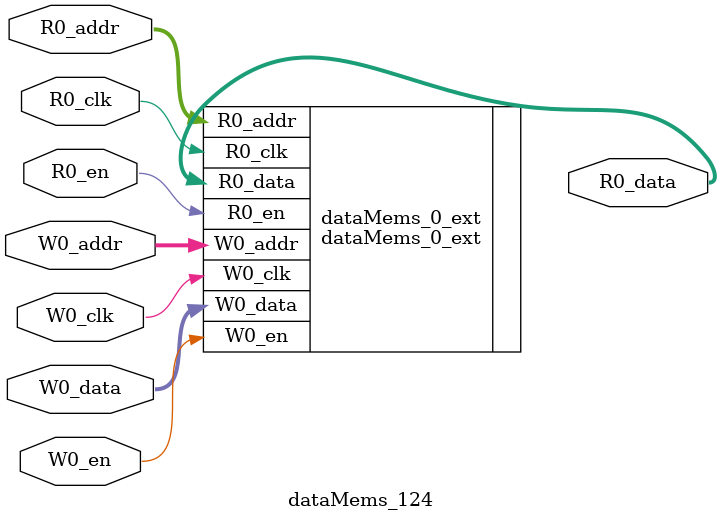
<source format=sv>
`ifndef RANDOMIZE
  `ifdef RANDOMIZE_REG_INIT
    `define RANDOMIZE
  `endif // RANDOMIZE_REG_INIT
`endif // not def RANDOMIZE
`ifndef RANDOMIZE
  `ifdef RANDOMIZE_MEM_INIT
    `define RANDOMIZE
  `endif // RANDOMIZE_MEM_INIT
`endif // not def RANDOMIZE

`ifndef RANDOM
  `define RANDOM $random
`endif // not def RANDOM

// Users can define 'PRINTF_COND' to add an extra gate to prints.
`ifndef PRINTF_COND_
  `ifdef PRINTF_COND
    `define PRINTF_COND_ (`PRINTF_COND)
  `else  // PRINTF_COND
    `define PRINTF_COND_ 1
  `endif // PRINTF_COND
`endif // not def PRINTF_COND_

// Users can define 'ASSERT_VERBOSE_COND' to add an extra gate to assert error printing.
`ifndef ASSERT_VERBOSE_COND_
  `ifdef ASSERT_VERBOSE_COND
    `define ASSERT_VERBOSE_COND_ (`ASSERT_VERBOSE_COND)
  `else  // ASSERT_VERBOSE_COND
    `define ASSERT_VERBOSE_COND_ 1
  `endif // ASSERT_VERBOSE_COND
`endif // not def ASSERT_VERBOSE_COND_

// Users can define 'STOP_COND' to add an extra gate to stop conditions.
`ifndef STOP_COND_
  `ifdef STOP_COND
    `define STOP_COND_ (`STOP_COND)
  `else  // STOP_COND
    `define STOP_COND_ 1
  `endif // STOP_COND
`endif // not def STOP_COND_

// Users can define INIT_RANDOM as general code that gets injected into the
// initializer block for modules with registers.
`ifndef INIT_RANDOM
  `define INIT_RANDOM
`endif // not def INIT_RANDOM

// If using random initialization, you can also define RANDOMIZE_DELAY to
// customize the delay used, otherwise 0.002 is used.
`ifndef RANDOMIZE_DELAY
  `define RANDOMIZE_DELAY 0.002
`endif // not def RANDOMIZE_DELAY

// Define INIT_RANDOM_PROLOG_ for use in our modules below.
`ifndef INIT_RANDOM_PROLOG_
  `ifdef RANDOMIZE
    `ifdef VERILATOR
      `define INIT_RANDOM_PROLOG_ `INIT_RANDOM
    `else  // VERILATOR
      `define INIT_RANDOM_PROLOG_ `INIT_RANDOM #`RANDOMIZE_DELAY begin end
    `endif // VERILATOR
  `else  // RANDOMIZE
    `define INIT_RANDOM_PROLOG_
  `endif // RANDOMIZE
`endif // not def INIT_RANDOM_PROLOG_

// Include register initializers in init blocks unless synthesis is set
`ifndef SYNTHESIS
  `ifndef ENABLE_INITIAL_REG_
    `define ENABLE_INITIAL_REG_
  `endif // not def ENABLE_INITIAL_REG_
`endif // not def SYNTHESIS

// Include rmemory initializers in init blocks unless synthesis is set
`ifndef SYNTHESIS
  `ifndef ENABLE_INITIAL_MEM_
    `define ENABLE_INITIAL_MEM_
  `endif // not def ENABLE_INITIAL_MEM_
`endif // not def SYNTHESIS

module dataMems_124(	// @[generators/ara/src/main/scala/UnsafeAXI4ToTL.scala:365:62]
  input  [4:0]   R0_addr,
  input          R0_en,
  input          R0_clk,
  output [258:0] R0_data,
  input  [4:0]   W0_addr,
  input          W0_en,
  input          W0_clk,
  input  [258:0] W0_data
);

  dataMems_0_ext dataMems_0_ext (	// @[generators/ara/src/main/scala/UnsafeAXI4ToTL.scala:365:62]
    .R0_addr (R0_addr),
    .R0_en   (R0_en),
    .R0_clk  (R0_clk),
    .R0_data (R0_data),
    .W0_addr (W0_addr),
    .W0_en   (W0_en),
    .W0_clk  (W0_clk),
    .W0_data (W0_data)
  );
endmodule


</source>
